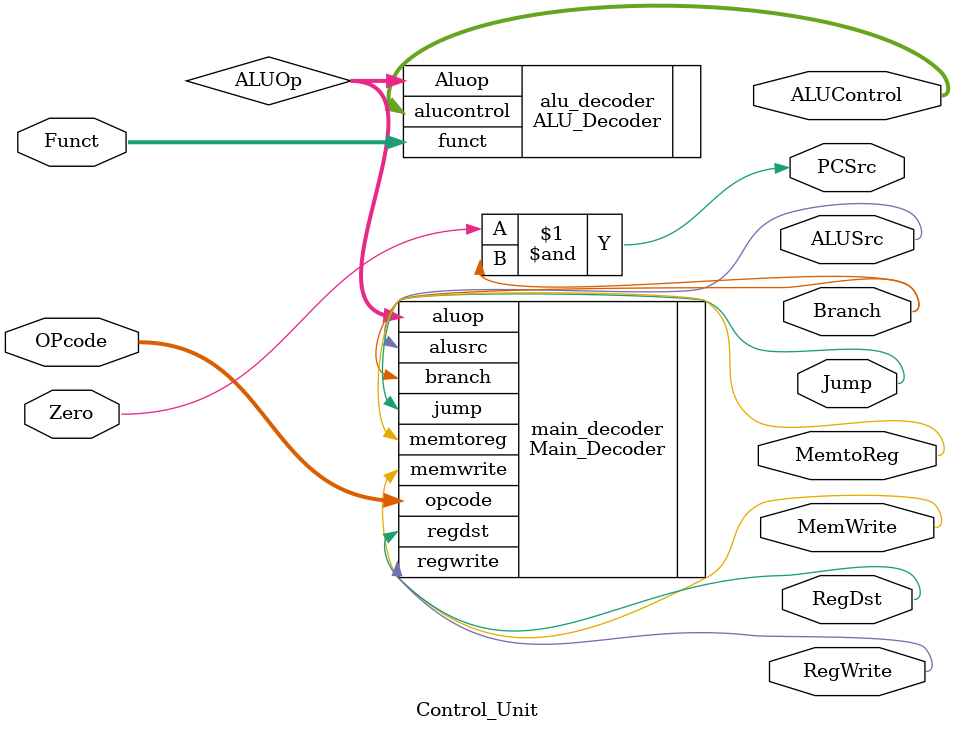
<source format=v>
module Control_Unit #(parameter width =6)
(
input  [width-1:0] Funct,
input  [width-1:0] OPcode,
input wire         Zero,
output             Jump,
output             MemtoReg,
output             MemWrite,
output             Branch,
output             ALUSrc,
output             RegDst,
output             RegWrite,
output [2:0]       ALUControl,
output wire        PCSrc
);

wire   [1:0]       ALUOp;

assign PCSrc = Zero & Branch;

 Main_Decoder main_decoder (
 .opcode(OPcode),
 .jump(Jump) , 
 .memtoreg(MemtoReg),  
 .memwrite(MemWrite), 
 .branch(Branch) ,
 .alusrc(ALUSrc) ,
 .regdst(RegDst) ,
 .regwrite(RegWrite), 
 .aluop(ALUOp)      
 );

ALU_Decoder alu_decoder (
.funct(Funct),    
.Aluop(ALUOp), 
.alucontrol(ALUControl)
);

endmodule
</source>
